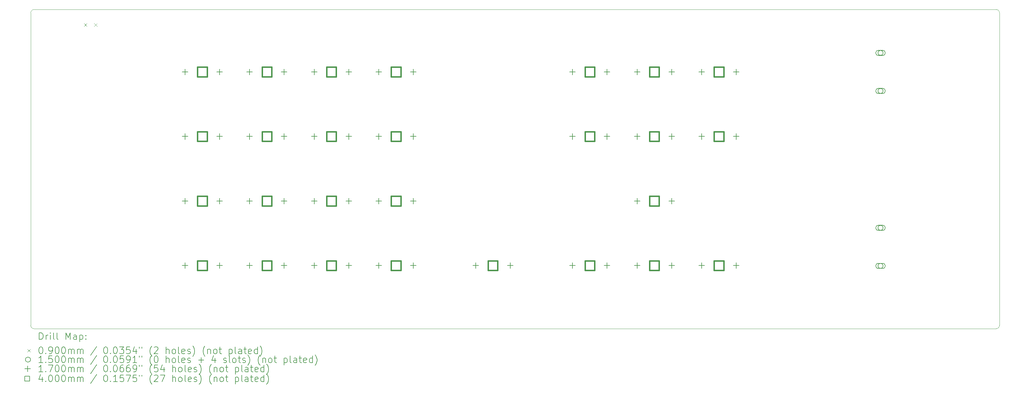
<source format=gbr>
%TF.GenerationSoftware,KiCad,Pcbnew,(6.0.7-1)-1*%
%TF.CreationDate,2022-10-11T23:10:29+02:00*%
%TF.ProjectId,yts-pcb,7974732d-7063-4622-9e6b-696361645f70,rev?*%
%TF.SameCoordinates,Original*%
%TF.FileFunction,Drillmap*%
%TF.FilePolarity,Positive*%
%FSLAX45Y45*%
G04 Gerber Fmt 4.5, Leading zero omitted, Abs format (unit mm)*
G04 Created by KiCad (PCBNEW (6.0.7-1)-1) date 2022-10-11 23:10:29*
%MOMM*%
%LPD*%
G01*
G04 APERTURE LIST*
%ADD10C,0.100000*%
%ADD11C,0.200000*%
%ADD12C,0.090000*%
%ADD13C,0.150000*%
%ADD14C,0.170000*%
%ADD15C,0.400000*%
G04 APERTURE END LIST*
D10*
X34700000Y-8930000D02*
G75*
G03*
X34600000Y-8830000I-100000J0D01*
G01*
X6305000Y-8830003D02*
G75*
G03*
X6200000Y-8934246I-750J-104247D01*
G01*
X34700000Y-8930000D02*
X34699796Y-18130204D01*
X6300000Y-18230000D02*
X34600000Y-18230000D01*
X6200000Y-18130000D02*
G75*
G03*
X6300000Y-18230000I100000J0D01*
G01*
X6305000Y-8830000D02*
X34600000Y-8830000D01*
X6200000Y-8934246D02*
X6200000Y-18130000D01*
X34600000Y-18229996D02*
G75*
G03*
X34699796Y-18130204I0J99796D01*
G01*
D11*
D12*
X7765000Y-9239500D02*
X7855000Y-9329500D01*
X7855000Y-9239500D02*
X7765000Y-9329500D01*
X8065000Y-9239500D02*
X8155000Y-9329500D01*
X8155000Y-9239500D02*
X8065000Y-9329500D01*
D13*
X31275000Y-10110000D02*
G75*
G03*
X31275000Y-10110000I-75000J0D01*
G01*
D11*
X31135000Y-10185000D02*
X31265000Y-10185000D01*
X31135000Y-10035000D02*
X31265000Y-10035000D01*
X31265000Y-10185000D02*
G75*
G03*
X31265000Y-10035000I0J75000D01*
G01*
X31135000Y-10035000D02*
G75*
G03*
X31135000Y-10185000I0J-75000D01*
G01*
D13*
X31275000Y-11230000D02*
G75*
G03*
X31275000Y-11230000I-75000J0D01*
G01*
D11*
X31135000Y-11305000D02*
X31265000Y-11305000D01*
X31135000Y-11155000D02*
X31265000Y-11155000D01*
X31265000Y-11305000D02*
G75*
G03*
X31265000Y-11155000I0J75000D01*
G01*
X31135000Y-11155000D02*
G75*
G03*
X31135000Y-11305000I0J-75000D01*
G01*
D13*
X31275000Y-15260000D02*
G75*
G03*
X31275000Y-15260000I-75000J0D01*
G01*
D11*
X31135000Y-15335000D02*
X31265000Y-15335000D01*
X31135000Y-15185000D02*
X31265000Y-15185000D01*
X31265000Y-15335000D02*
G75*
G03*
X31265000Y-15185000I0J75000D01*
G01*
X31135000Y-15185000D02*
G75*
G03*
X31135000Y-15335000I0J-75000D01*
G01*
D13*
X31275000Y-16380000D02*
G75*
G03*
X31275000Y-16380000I-75000J0D01*
G01*
D11*
X31135000Y-16455000D02*
X31265000Y-16455000D01*
X31135000Y-16305000D02*
X31265000Y-16305000D01*
X31265000Y-16455000D02*
G75*
G03*
X31265000Y-16305000I0J75000D01*
G01*
X31135000Y-16305000D02*
G75*
G03*
X31135000Y-16455000I0J-75000D01*
G01*
D14*
X10739796Y-10585000D02*
X10739796Y-10755000D01*
X10654796Y-10670000D02*
X10824796Y-10670000D01*
X10739796Y-12485000D02*
X10739796Y-12655000D01*
X10654796Y-12570000D02*
X10824796Y-12570000D01*
X10739796Y-14385000D02*
X10739796Y-14555000D01*
X10654796Y-14470000D02*
X10824796Y-14470000D01*
X10739796Y-16285000D02*
X10739796Y-16455000D01*
X10654796Y-16370000D02*
X10824796Y-16370000D01*
X11755796Y-10585000D02*
X11755796Y-10755000D01*
X11670796Y-10670000D02*
X11840796Y-10670000D01*
X11755796Y-12485000D02*
X11755796Y-12655000D01*
X11670796Y-12570000D02*
X11840796Y-12570000D01*
X11755796Y-14385000D02*
X11755796Y-14555000D01*
X11670796Y-14470000D02*
X11840796Y-14470000D01*
X11755796Y-16285000D02*
X11755796Y-16455000D01*
X11670796Y-16370000D02*
X11840796Y-16370000D01*
X12639796Y-10585000D02*
X12639796Y-10755000D01*
X12554796Y-10670000D02*
X12724796Y-10670000D01*
X12639796Y-12485000D02*
X12639796Y-12655000D01*
X12554796Y-12570000D02*
X12724796Y-12570000D01*
X12639796Y-14385000D02*
X12639796Y-14555000D01*
X12554796Y-14470000D02*
X12724796Y-14470000D01*
X12639796Y-16285000D02*
X12639796Y-16455000D01*
X12554796Y-16370000D02*
X12724796Y-16370000D01*
X13655796Y-10585000D02*
X13655796Y-10755000D01*
X13570796Y-10670000D02*
X13740796Y-10670000D01*
X13655796Y-12485000D02*
X13655796Y-12655000D01*
X13570796Y-12570000D02*
X13740796Y-12570000D01*
X13655796Y-14385000D02*
X13655796Y-14555000D01*
X13570796Y-14470000D02*
X13740796Y-14470000D01*
X13655796Y-16285000D02*
X13655796Y-16455000D01*
X13570796Y-16370000D02*
X13740796Y-16370000D01*
X14539796Y-10585000D02*
X14539796Y-10755000D01*
X14454796Y-10670000D02*
X14624796Y-10670000D01*
X14539796Y-12485000D02*
X14539796Y-12655000D01*
X14454796Y-12570000D02*
X14624796Y-12570000D01*
X14539796Y-14385000D02*
X14539796Y-14555000D01*
X14454796Y-14470000D02*
X14624796Y-14470000D01*
X14539796Y-16285000D02*
X14539796Y-16455000D01*
X14454796Y-16370000D02*
X14624796Y-16370000D01*
X15555796Y-10585000D02*
X15555796Y-10755000D01*
X15470796Y-10670000D02*
X15640796Y-10670000D01*
X15555796Y-12485000D02*
X15555796Y-12655000D01*
X15470796Y-12570000D02*
X15640796Y-12570000D01*
X15555796Y-14385000D02*
X15555796Y-14555000D01*
X15470796Y-14470000D02*
X15640796Y-14470000D01*
X15555796Y-16285000D02*
X15555796Y-16455000D01*
X15470796Y-16370000D02*
X15640796Y-16370000D01*
X16439796Y-10585000D02*
X16439796Y-10755000D01*
X16354796Y-10670000D02*
X16524796Y-10670000D01*
X16439796Y-12485000D02*
X16439796Y-12655000D01*
X16354796Y-12570000D02*
X16524796Y-12570000D01*
X16439796Y-14385000D02*
X16439796Y-14555000D01*
X16354796Y-14470000D02*
X16524796Y-14470000D01*
X16439796Y-16285000D02*
X16439796Y-16455000D01*
X16354796Y-16370000D02*
X16524796Y-16370000D01*
X17455796Y-10585000D02*
X17455796Y-10755000D01*
X17370796Y-10670000D02*
X17540796Y-10670000D01*
X17455796Y-12485000D02*
X17455796Y-12655000D01*
X17370796Y-12570000D02*
X17540796Y-12570000D01*
X17455796Y-14385000D02*
X17455796Y-14555000D01*
X17370796Y-14470000D02*
X17540796Y-14470000D01*
X17455796Y-16285000D02*
X17455796Y-16455000D01*
X17370796Y-16370000D02*
X17540796Y-16370000D01*
X19289796Y-16285000D02*
X19289796Y-16455000D01*
X19204796Y-16370000D02*
X19374796Y-16370000D01*
X20305796Y-16285000D02*
X20305796Y-16455000D01*
X20220796Y-16370000D02*
X20390796Y-16370000D01*
X22139796Y-10585000D02*
X22139796Y-10755000D01*
X22054796Y-10670000D02*
X22224796Y-10670000D01*
X22139796Y-12485000D02*
X22139796Y-12655000D01*
X22054796Y-12570000D02*
X22224796Y-12570000D01*
X22139796Y-16285000D02*
X22139796Y-16455000D01*
X22054796Y-16370000D02*
X22224796Y-16370000D01*
X23155796Y-10585000D02*
X23155796Y-10755000D01*
X23070796Y-10670000D02*
X23240796Y-10670000D01*
X23155796Y-12485000D02*
X23155796Y-12655000D01*
X23070796Y-12570000D02*
X23240796Y-12570000D01*
X23155796Y-16285000D02*
X23155796Y-16455000D01*
X23070796Y-16370000D02*
X23240796Y-16370000D01*
X24039796Y-10585000D02*
X24039796Y-10755000D01*
X23954796Y-10670000D02*
X24124796Y-10670000D01*
X24039796Y-12485000D02*
X24039796Y-12655000D01*
X23954796Y-12570000D02*
X24124796Y-12570000D01*
X24039796Y-14385000D02*
X24039796Y-14555000D01*
X23954796Y-14470000D02*
X24124796Y-14470000D01*
X24039796Y-16285000D02*
X24039796Y-16455000D01*
X23954796Y-16370000D02*
X24124796Y-16370000D01*
X25055796Y-10585000D02*
X25055796Y-10755000D01*
X24970796Y-10670000D02*
X25140796Y-10670000D01*
X25055796Y-12485000D02*
X25055796Y-12655000D01*
X24970796Y-12570000D02*
X25140796Y-12570000D01*
X25055796Y-14385000D02*
X25055796Y-14555000D01*
X24970796Y-14470000D02*
X25140796Y-14470000D01*
X25055796Y-16285000D02*
X25055796Y-16455000D01*
X24970796Y-16370000D02*
X25140796Y-16370000D01*
X25939796Y-10585000D02*
X25939796Y-10755000D01*
X25854796Y-10670000D02*
X26024796Y-10670000D01*
X25939796Y-12485000D02*
X25939796Y-12655000D01*
X25854796Y-12570000D02*
X26024796Y-12570000D01*
X25939796Y-16285000D02*
X25939796Y-16455000D01*
X25854796Y-16370000D02*
X26024796Y-16370000D01*
X26955796Y-10585000D02*
X26955796Y-10755000D01*
X26870796Y-10670000D02*
X27040796Y-10670000D01*
X26955796Y-12485000D02*
X26955796Y-12655000D01*
X26870796Y-12570000D02*
X27040796Y-12570000D01*
X26955796Y-16285000D02*
X26955796Y-16455000D01*
X26870796Y-16370000D02*
X27040796Y-16370000D01*
D15*
X11389218Y-10811423D02*
X11389218Y-10528577D01*
X11106373Y-10528577D01*
X11106373Y-10811423D01*
X11389218Y-10811423D01*
X11389218Y-12711423D02*
X11389218Y-12428577D01*
X11106373Y-12428577D01*
X11106373Y-12711423D01*
X11389218Y-12711423D01*
X11389218Y-14611423D02*
X11389218Y-14328577D01*
X11106373Y-14328577D01*
X11106373Y-14611423D01*
X11389218Y-14611423D01*
X11389218Y-16511423D02*
X11389218Y-16228577D01*
X11106373Y-16228577D01*
X11106373Y-16511423D01*
X11389218Y-16511423D01*
X13289218Y-10811423D02*
X13289218Y-10528577D01*
X13006373Y-10528577D01*
X13006373Y-10811423D01*
X13289218Y-10811423D01*
X13289218Y-12711423D02*
X13289218Y-12428577D01*
X13006373Y-12428577D01*
X13006373Y-12711423D01*
X13289218Y-12711423D01*
X13289218Y-14611423D02*
X13289218Y-14328577D01*
X13006373Y-14328577D01*
X13006373Y-14611423D01*
X13289218Y-14611423D01*
X13289218Y-16511423D02*
X13289218Y-16228577D01*
X13006373Y-16228577D01*
X13006373Y-16511423D01*
X13289218Y-16511423D01*
X15189218Y-10811423D02*
X15189218Y-10528577D01*
X14906373Y-10528577D01*
X14906373Y-10811423D01*
X15189218Y-10811423D01*
X15189218Y-12711423D02*
X15189218Y-12428577D01*
X14906373Y-12428577D01*
X14906373Y-12711423D01*
X15189218Y-12711423D01*
X15189218Y-14611423D02*
X15189218Y-14328577D01*
X14906373Y-14328577D01*
X14906373Y-14611423D01*
X15189218Y-14611423D01*
X15189218Y-16511423D02*
X15189218Y-16228577D01*
X14906373Y-16228577D01*
X14906373Y-16511423D01*
X15189218Y-16511423D01*
X17089219Y-10811423D02*
X17089219Y-10528577D01*
X16806373Y-10528577D01*
X16806373Y-10811423D01*
X17089219Y-10811423D01*
X17089219Y-12711423D02*
X17089219Y-12428577D01*
X16806373Y-12428577D01*
X16806373Y-12711423D01*
X17089219Y-12711423D01*
X17089219Y-14611423D02*
X17089219Y-14328577D01*
X16806373Y-14328577D01*
X16806373Y-14611423D01*
X17089219Y-14611423D01*
X17089219Y-16511423D02*
X17089219Y-16228577D01*
X16806373Y-16228577D01*
X16806373Y-16511423D01*
X17089219Y-16511423D01*
X19939219Y-16511423D02*
X19939219Y-16228577D01*
X19656373Y-16228577D01*
X19656373Y-16511423D01*
X19939219Y-16511423D01*
X22789218Y-10811423D02*
X22789218Y-10528577D01*
X22506373Y-10528577D01*
X22506373Y-10811423D01*
X22789218Y-10811423D01*
X22789218Y-12711423D02*
X22789218Y-12428577D01*
X22506373Y-12428577D01*
X22506373Y-12711423D01*
X22789218Y-12711423D01*
X22789218Y-16511423D02*
X22789218Y-16228577D01*
X22506373Y-16228577D01*
X22506373Y-16511423D01*
X22789218Y-16511423D01*
X24689218Y-10811423D02*
X24689218Y-10528577D01*
X24406373Y-10528577D01*
X24406373Y-10811423D01*
X24689218Y-10811423D01*
X24689218Y-12711423D02*
X24689218Y-12428577D01*
X24406373Y-12428577D01*
X24406373Y-12711423D01*
X24689218Y-12711423D01*
X24689218Y-14611423D02*
X24689218Y-14328577D01*
X24406373Y-14328577D01*
X24406373Y-14611423D01*
X24689218Y-14611423D01*
X24689218Y-16511423D02*
X24689218Y-16228577D01*
X24406373Y-16228577D01*
X24406373Y-16511423D01*
X24689218Y-16511423D01*
X26589218Y-10811423D02*
X26589218Y-10528577D01*
X26306373Y-10528577D01*
X26306373Y-10811423D01*
X26589218Y-10811423D01*
X26589218Y-12711423D02*
X26589218Y-12428577D01*
X26306373Y-12428577D01*
X26306373Y-12711423D01*
X26589218Y-12711423D01*
X26589218Y-16511423D02*
X26589218Y-16228577D01*
X26306373Y-16228577D01*
X26306373Y-16511423D01*
X26589218Y-16511423D01*
D11*
X6452619Y-18545476D02*
X6452619Y-18345476D01*
X6500238Y-18345476D01*
X6528809Y-18355000D01*
X6547857Y-18374048D01*
X6557381Y-18393095D01*
X6566905Y-18431190D01*
X6566905Y-18459762D01*
X6557381Y-18497857D01*
X6547857Y-18516905D01*
X6528809Y-18535952D01*
X6500238Y-18545476D01*
X6452619Y-18545476D01*
X6652619Y-18545476D02*
X6652619Y-18412143D01*
X6652619Y-18450238D02*
X6662143Y-18431190D01*
X6671667Y-18421667D01*
X6690714Y-18412143D01*
X6709762Y-18412143D01*
X6776428Y-18545476D02*
X6776428Y-18412143D01*
X6776428Y-18345476D02*
X6766905Y-18355000D01*
X6776428Y-18364524D01*
X6785952Y-18355000D01*
X6776428Y-18345476D01*
X6776428Y-18364524D01*
X6900238Y-18545476D02*
X6881190Y-18535952D01*
X6871667Y-18516905D01*
X6871667Y-18345476D01*
X7005000Y-18545476D02*
X6985952Y-18535952D01*
X6976428Y-18516905D01*
X6976428Y-18345476D01*
X7233571Y-18545476D02*
X7233571Y-18345476D01*
X7300238Y-18488333D01*
X7366905Y-18345476D01*
X7366905Y-18545476D01*
X7547857Y-18545476D02*
X7547857Y-18440714D01*
X7538333Y-18421667D01*
X7519286Y-18412143D01*
X7481190Y-18412143D01*
X7462143Y-18421667D01*
X7547857Y-18535952D02*
X7528809Y-18545476D01*
X7481190Y-18545476D01*
X7462143Y-18535952D01*
X7452619Y-18516905D01*
X7452619Y-18497857D01*
X7462143Y-18478810D01*
X7481190Y-18469286D01*
X7528809Y-18469286D01*
X7547857Y-18459762D01*
X7643095Y-18412143D02*
X7643095Y-18612143D01*
X7643095Y-18421667D02*
X7662143Y-18412143D01*
X7700238Y-18412143D01*
X7719286Y-18421667D01*
X7728809Y-18431190D01*
X7738333Y-18450238D01*
X7738333Y-18507381D01*
X7728809Y-18526429D01*
X7719286Y-18535952D01*
X7700238Y-18545476D01*
X7662143Y-18545476D01*
X7643095Y-18535952D01*
X7824048Y-18526429D02*
X7833571Y-18535952D01*
X7824048Y-18545476D01*
X7814524Y-18535952D01*
X7824048Y-18526429D01*
X7824048Y-18545476D01*
X7824048Y-18421667D02*
X7833571Y-18431190D01*
X7824048Y-18440714D01*
X7814524Y-18431190D01*
X7824048Y-18421667D01*
X7824048Y-18440714D01*
D12*
X6105000Y-18830000D02*
X6195000Y-18920000D01*
X6195000Y-18830000D02*
X6105000Y-18920000D01*
D11*
X6490714Y-18765476D02*
X6509762Y-18765476D01*
X6528809Y-18775000D01*
X6538333Y-18784524D01*
X6547857Y-18803571D01*
X6557381Y-18841667D01*
X6557381Y-18889286D01*
X6547857Y-18927381D01*
X6538333Y-18946429D01*
X6528809Y-18955952D01*
X6509762Y-18965476D01*
X6490714Y-18965476D01*
X6471667Y-18955952D01*
X6462143Y-18946429D01*
X6452619Y-18927381D01*
X6443095Y-18889286D01*
X6443095Y-18841667D01*
X6452619Y-18803571D01*
X6462143Y-18784524D01*
X6471667Y-18775000D01*
X6490714Y-18765476D01*
X6643095Y-18946429D02*
X6652619Y-18955952D01*
X6643095Y-18965476D01*
X6633571Y-18955952D01*
X6643095Y-18946429D01*
X6643095Y-18965476D01*
X6747857Y-18965476D02*
X6785952Y-18965476D01*
X6805000Y-18955952D01*
X6814524Y-18946429D01*
X6833571Y-18917857D01*
X6843095Y-18879762D01*
X6843095Y-18803571D01*
X6833571Y-18784524D01*
X6824048Y-18775000D01*
X6805000Y-18765476D01*
X6766905Y-18765476D01*
X6747857Y-18775000D01*
X6738333Y-18784524D01*
X6728809Y-18803571D01*
X6728809Y-18851190D01*
X6738333Y-18870238D01*
X6747857Y-18879762D01*
X6766905Y-18889286D01*
X6805000Y-18889286D01*
X6824048Y-18879762D01*
X6833571Y-18870238D01*
X6843095Y-18851190D01*
X6966905Y-18765476D02*
X6985952Y-18765476D01*
X7005000Y-18775000D01*
X7014524Y-18784524D01*
X7024048Y-18803571D01*
X7033571Y-18841667D01*
X7033571Y-18889286D01*
X7024048Y-18927381D01*
X7014524Y-18946429D01*
X7005000Y-18955952D01*
X6985952Y-18965476D01*
X6966905Y-18965476D01*
X6947857Y-18955952D01*
X6938333Y-18946429D01*
X6928809Y-18927381D01*
X6919286Y-18889286D01*
X6919286Y-18841667D01*
X6928809Y-18803571D01*
X6938333Y-18784524D01*
X6947857Y-18775000D01*
X6966905Y-18765476D01*
X7157381Y-18765476D02*
X7176428Y-18765476D01*
X7195476Y-18775000D01*
X7205000Y-18784524D01*
X7214524Y-18803571D01*
X7224048Y-18841667D01*
X7224048Y-18889286D01*
X7214524Y-18927381D01*
X7205000Y-18946429D01*
X7195476Y-18955952D01*
X7176428Y-18965476D01*
X7157381Y-18965476D01*
X7138333Y-18955952D01*
X7128809Y-18946429D01*
X7119286Y-18927381D01*
X7109762Y-18889286D01*
X7109762Y-18841667D01*
X7119286Y-18803571D01*
X7128809Y-18784524D01*
X7138333Y-18775000D01*
X7157381Y-18765476D01*
X7309762Y-18965476D02*
X7309762Y-18832143D01*
X7309762Y-18851190D02*
X7319286Y-18841667D01*
X7338333Y-18832143D01*
X7366905Y-18832143D01*
X7385952Y-18841667D01*
X7395476Y-18860714D01*
X7395476Y-18965476D01*
X7395476Y-18860714D02*
X7405000Y-18841667D01*
X7424048Y-18832143D01*
X7452619Y-18832143D01*
X7471667Y-18841667D01*
X7481190Y-18860714D01*
X7481190Y-18965476D01*
X7576428Y-18965476D02*
X7576428Y-18832143D01*
X7576428Y-18851190D02*
X7585952Y-18841667D01*
X7605000Y-18832143D01*
X7633571Y-18832143D01*
X7652619Y-18841667D01*
X7662143Y-18860714D01*
X7662143Y-18965476D01*
X7662143Y-18860714D02*
X7671667Y-18841667D01*
X7690714Y-18832143D01*
X7719286Y-18832143D01*
X7738333Y-18841667D01*
X7747857Y-18860714D01*
X7747857Y-18965476D01*
X8138333Y-18755952D02*
X7966905Y-19013095D01*
X8395476Y-18765476D02*
X8414524Y-18765476D01*
X8433571Y-18775000D01*
X8443095Y-18784524D01*
X8452619Y-18803571D01*
X8462143Y-18841667D01*
X8462143Y-18889286D01*
X8452619Y-18927381D01*
X8443095Y-18946429D01*
X8433571Y-18955952D01*
X8414524Y-18965476D01*
X8395476Y-18965476D01*
X8376428Y-18955952D01*
X8366905Y-18946429D01*
X8357381Y-18927381D01*
X8347857Y-18889286D01*
X8347857Y-18841667D01*
X8357381Y-18803571D01*
X8366905Y-18784524D01*
X8376428Y-18775000D01*
X8395476Y-18765476D01*
X8547857Y-18946429D02*
X8557381Y-18955952D01*
X8547857Y-18965476D01*
X8538333Y-18955952D01*
X8547857Y-18946429D01*
X8547857Y-18965476D01*
X8681190Y-18765476D02*
X8700238Y-18765476D01*
X8719286Y-18775000D01*
X8728810Y-18784524D01*
X8738333Y-18803571D01*
X8747857Y-18841667D01*
X8747857Y-18889286D01*
X8738333Y-18927381D01*
X8728810Y-18946429D01*
X8719286Y-18955952D01*
X8700238Y-18965476D01*
X8681190Y-18965476D01*
X8662143Y-18955952D01*
X8652619Y-18946429D01*
X8643095Y-18927381D01*
X8633571Y-18889286D01*
X8633571Y-18841667D01*
X8643095Y-18803571D01*
X8652619Y-18784524D01*
X8662143Y-18775000D01*
X8681190Y-18765476D01*
X8814524Y-18765476D02*
X8938333Y-18765476D01*
X8871667Y-18841667D01*
X8900238Y-18841667D01*
X8919286Y-18851190D01*
X8928810Y-18860714D01*
X8938333Y-18879762D01*
X8938333Y-18927381D01*
X8928810Y-18946429D01*
X8919286Y-18955952D01*
X8900238Y-18965476D01*
X8843095Y-18965476D01*
X8824048Y-18955952D01*
X8814524Y-18946429D01*
X9119286Y-18765476D02*
X9024048Y-18765476D01*
X9014524Y-18860714D01*
X9024048Y-18851190D01*
X9043095Y-18841667D01*
X9090714Y-18841667D01*
X9109762Y-18851190D01*
X9119286Y-18860714D01*
X9128810Y-18879762D01*
X9128810Y-18927381D01*
X9119286Y-18946429D01*
X9109762Y-18955952D01*
X9090714Y-18965476D01*
X9043095Y-18965476D01*
X9024048Y-18955952D01*
X9014524Y-18946429D01*
X9300238Y-18832143D02*
X9300238Y-18965476D01*
X9252619Y-18755952D02*
X9205000Y-18898810D01*
X9328810Y-18898810D01*
X9395476Y-18765476D02*
X9395476Y-18803571D01*
X9471667Y-18765476D02*
X9471667Y-18803571D01*
X9766905Y-19041667D02*
X9757381Y-19032143D01*
X9738333Y-19003571D01*
X9728810Y-18984524D01*
X9719286Y-18955952D01*
X9709762Y-18908333D01*
X9709762Y-18870238D01*
X9719286Y-18822619D01*
X9728810Y-18794048D01*
X9738333Y-18775000D01*
X9757381Y-18746429D01*
X9766905Y-18736905D01*
X9833571Y-18784524D02*
X9843095Y-18775000D01*
X9862143Y-18765476D01*
X9909762Y-18765476D01*
X9928810Y-18775000D01*
X9938333Y-18784524D01*
X9947857Y-18803571D01*
X9947857Y-18822619D01*
X9938333Y-18851190D01*
X9824048Y-18965476D01*
X9947857Y-18965476D01*
X10185952Y-18965476D02*
X10185952Y-18765476D01*
X10271667Y-18965476D02*
X10271667Y-18860714D01*
X10262143Y-18841667D01*
X10243095Y-18832143D01*
X10214524Y-18832143D01*
X10195476Y-18841667D01*
X10185952Y-18851190D01*
X10395476Y-18965476D02*
X10376429Y-18955952D01*
X10366905Y-18946429D01*
X10357381Y-18927381D01*
X10357381Y-18870238D01*
X10366905Y-18851190D01*
X10376429Y-18841667D01*
X10395476Y-18832143D01*
X10424048Y-18832143D01*
X10443095Y-18841667D01*
X10452619Y-18851190D01*
X10462143Y-18870238D01*
X10462143Y-18927381D01*
X10452619Y-18946429D01*
X10443095Y-18955952D01*
X10424048Y-18965476D01*
X10395476Y-18965476D01*
X10576429Y-18965476D02*
X10557381Y-18955952D01*
X10547857Y-18936905D01*
X10547857Y-18765476D01*
X10728810Y-18955952D02*
X10709762Y-18965476D01*
X10671667Y-18965476D01*
X10652619Y-18955952D01*
X10643095Y-18936905D01*
X10643095Y-18860714D01*
X10652619Y-18841667D01*
X10671667Y-18832143D01*
X10709762Y-18832143D01*
X10728810Y-18841667D01*
X10738333Y-18860714D01*
X10738333Y-18879762D01*
X10643095Y-18898810D01*
X10814524Y-18955952D02*
X10833571Y-18965476D01*
X10871667Y-18965476D01*
X10890714Y-18955952D01*
X10900238Y-18936905D01*
X10900238Y-18927381D01*
X10890714Y-18908333D01*
X10871667Y-18898810D01*
X10843095Y-18898810D01*
X10824048Y-18889286D01*
X10814524Y-18870238D01*
X10814524Y-18860714D01*
X10824048Y-18841667D01*
X10843095Y-18832143D01*
X10871667Y-18832143D01*
X10890714Y-18841667D01*
X10966905Y-19041667D02*
X10976429Y-19032143D01*
X10995476Y-19003571D01*
X11005000Y-18984524D01*
X11014524Y-18955952D01*
X11024048Y-18908333D01*
X11024048Y-18870238D01*
X11014524Y-18822619D01*
X11005000Y-18794048D01*
X10995476Y-18775000D01*
X10976429Y-18746429D01*
X10966905Y-18736905D01*
X11328809Y-19041667D02*
X11319286Y-19032143D01*
X11300238Y-19003571D01*
X11290714Y-18984524D01*
X11281190Y-18955952D01*
X11271667Y-18908333D01*
X11271667Y-18870238D01*
X11281190Y-18822619D01*
X11290714Y-18794048D01*
X11300238Y-18775000D01*
X11319286Y-18746429D01*
X11328809Y-18736905D01*
X11405000Y-18832143D02*
X11405000Y-18965476D01*
X11405000Y-18851190D02*
X11414524Y-18841667D01*
X11433571Y-18832143D01*
X11462143Y-18832143D01*
X11481190Y-18841667D01*
X11490714Y-18860714D01*
X11490714Y-18965476D01*
X11614524Y-18965476D02*
X11595476Y-18955952D01*
X11585952Y-18946429D01*
X11576428Y-18927381D01*
X11576428Y-18870238D01*
X11585952Y-18851190D01*
X11595476Y-18841667D01*
X11614524Y-18832143D01*
X11643095Y-18832143D01*
X11662143Y-18841667D01*
X11671667Y-18851190D01*
X11681190Y-18870238D01*
X11681190Y-18927381D01*
X11671667Y-18946429D01*
X11662143Y-18955952D01*
X11643095Y-18965476D01*
X11614524Y-18965476D01*
X11738333Y-18832143D02*
X11814524Y-18832143D01*
X11766905Y-18765476D02*
X11766905Y-18936905D01*
X11776428Y-18955952D01*
X11795476Y-18965476D01*
X11814524Y-18965476D01*
X12033571Y-18832143D02*
X12033571Y-19032143D01*
X12033571Y-18841667D02*
X12052619Y-18832143D01*
X12090714Y-18832143D01*
X12109762Y-18841667D01*
X12119286Y-18851190D01*
X12128809Y-18870238D01*
X12128809Y-18927381D01*
X12119286Y-18946429D01*
X12109762Y-18955952D01*
X12090714Y-18965476D01*
X12052619Y-18965476D01*
X12033571Y-18955952D01*
X12243095Y-18965476D02*
X12224048Y-18955952D01*
X12214524Y-18936905D01*
X12214524Y-18765476D01*
X12405000Y-18965476D02*
X12405000Y-18860714D01*
X12395476Y-18841667D01*
X12376428Y-18832143D01*
X12338333Y-18832143D01*
X12319286Y-18841667D01*
X12405000Y-18955952D02*
X12385952Y-18965476D01*
X12338333Y-18965476D01*
X12319286Y-18955952D01*
X12309762Y-18936905D01*
X12309762Y-18917857D01*
X12319286Y-18898810D01*
X12338333Y-18889286D01*
X12385952Y-18889286D01*
X12405000Y-18879762D01*
X12471667Y-18832143D02*
X12547857Y-18832143D01*
X12500238Y-18765476D02*
X12500238Y-18936905D01*
X12509762Y-18955952D01*
X12528809Y-18965476D01*
X12547857Y-18965476D01*
X12690714Y-18955952D02*
X12671667Y-18965476D01*
X12633571Y-18965476D01*
X12614524Y-18955952D01*
X12605000Y-18936905D01*
X12605000Y-18860714D01*
X12614524Y-18841667D01*
X12633571Y-18832143D01*
X12671667Y-18832143D01*
X12690714Y-18841667D01*
X12700238Y-18860714D01*
X12700238Y-18879762D01*
X12605000Y-18898810D01*
X12871667Y-18965476D02*
X12871667Y-18765476D01*
X12871667Y-18955952D02*
X12852619Y-18965476D01*
X12814524Y-18965476D01*
X12795476Y-18955952D01*
X12785952Y-18946429D01*
X12776428Y-18927381D01*
X12776428Y-18870238D01*
X12785952Y-18851190D01*
X12795476Y-18841667D01*
X12814524Y-18832143D01*
X12852619Y-18832143D01*
X12871667Y-18841667D01*
X12947857Y-19041667D02*
X12957381Y-19032143D01*
X12976428Y-19003571D01*
X12985952Y-18984524D01*
X12995476Y-18955952D01*
X13005000Y-18908333D01*
X13005000Y-18870238D01*
X12995476Y-18822619D01*
X12985952Y-18794048D01*
X12976428Y-18775000D01*
X12957381Y-18746429D01*
X12947857Y-18736905D01*
D13*
X6195000Y-19139000D02*
G75*
G03*
X6195000Y-19139000I-75000J0D01*
G01*
D11*
X6557381Y-19229476D02*
X6443095Y-19229476D01*
X6500238Y-19229476D02*
X6500238Y-19029476D01*
X6481190Y-19058048D01*
X6462143Y-19077095D01*
X6443095Y-19086619D01*
X6643095Y-19210429D02*
X6652619Y-19219952D01*
X6643095Y-19229476D01*
X6633571Y-19219952D01*
X6643095Y-19210429D01*
X6643095Y-19229476D01*
X6833571Y-19029476D02*
X6738333Y-19029476D01*
X6728809Y-19124714D01*
X6738333Y-19115190D01*
X6757381Y-19105667D01*
X6805000Y-19105667D01*
X6824048Y-19115190D01*
X6833571Y-19124714D01*
X6843095Y-19143762D01*
X6843095Y-19191381D01*
X6833571Y-19210429D01*
X6824048Y-19219952D01*
X6805000Y-19229476D01*
X6757381Y-19229476D01*
X6738333Y-19219952D01*
X6728809Y-19210429D01*
X6966905Y-19029476D02*
X6985952Y-19029476D01*
X7005000Y-19039000D01*
X7014524Y-19048524D01*
X7024048Y-19067571D01*
X7033571Y-19105667D01*
X7033571Y-19153286D01*
X7024048Y-19191381D01*
X7014524Y-19210429D01*
X7005000Y-19219952D01*
X6985952Y-19229476D01*
X6966905Y-19229476D01*
X6947857Y-19219952D01*
X6938333Y-19210429D01*
X6928809Y-19191381D01*
X6919286Y-19153286D01*
X6919286Y-19105667D01*
X6928809Y-19067571D01*
X6938333Y-19048524D01*
X6947857Y-19039000D01*
X6966905Y-19029476D01*
X7157381Y-19029476D02*
X7176428Y-19029476D01*
X7195476Y-19039000D01*
X7205000Y-19048524D01*
X7214524Y-19067571D01*
X7224048Y-19105667D01*
X7224048Y-19153286D01*
X7214524Y-19191381D01*
X7205000Y-19210429D01*
X7195476Y-19219952D01*
X7176428Y-19229476D01*
X7157381Y-19229476D01*
X7138333Y-19219952D01*
X7128809Y-19210429D01*
X7119286Y-19191381D01*
X7109762Y-19153286D01*
X7109762Y-19105667D01*
X7119286Y-19067571D01*
X7128809Y-19048524D01*
X7138333Y-19039000D01*
X7157381Y-19029476D01*
X7309762Y-19229476D02*
X7309762Y-19096143D01*
X7309762Y-19115190D02*
X7319286Y-19105667D01*
X7338333Y-19096143D01*
X7366905Y-19096143D01*
X7385952Y-19105667D01*
X7395476Y-19124714D01*
X7395476Y-19229476D01*
X7395476Y-19124714D02*
X7405000Y-19105667D01*
X7424048Y-19096143D01*
X7452619Y-19096143D01*
X7471667Y-19105667D01*
X7481190Y-19124714D01*
X7481190Y-19229476D01*
X7576428Y-19229476D02*
X7576428Y-19096143D01*
X7576428Y-19115190D02*
X7585952Y-19105667D01*
X7605000Y-19096143D01*
X7633571Y-19096143D01*
X7652619Y-19105667D01*
X7662143Y-19124714D01*
X7662143Y-19229476D01*
X7662143Y-19124714D02*
X7671667Y-19105667D01*
X7690714Y-19096143D01*
X7719286Y-19096143D01*
X7738333Y-19105667D01*
X7747857Y-19124714D01*
X7747857Y-19229476D01*
X8138333Y-19019952D02*
X7966905Y-19277095D01*
X8395476Y-19029476D02*
X8414524Y-19029476D01*
X8433571Y-19039000D01*
X8443095Y-19048524D01*
X8452619Y-19067571D01*
X8462143Y-19105667D01*
X8462143Y-19153286D01*
X8452619Y-19191381D01*
X8443095Y-19210429D01*
X8433571Y-19219952D01*
X8414524Y-19229476D01*
X8395476Y-19229476D01*
X8376428Y-19219952D01*
X8366905Y-19210429D01*
X8357381Y-19191381D01*
X8347857Y-19153286D01*
X8347857Y-19105667D01*
X8357381Y-19067571D01*
X8366905Y-19048524D01*
X8376428Y-19039000D01*
X8395476Y-19029476D01*
X8547857Y-19210429D02*
X8557381Y-19219952D01*
X8547857Y-19229476D01*
X8538333Y-19219952D01*
X8547857Y-19210429D01*
X8547857Y-19229476D01*
X8681190Y-19029476D02*
X8700238Y-19029476D01*
X8719286Y-19039000D01*
X8728810Y-19048524D01*
X8738333Y-19067571D01*
X8747857Y-19105667D01*
X8747857Y-19153286D01*
X8738333Y-19191381D01*
X8728810Y-19210429D01*
X8719286Y-19219952D01*
X8700238Y-19229476D01*
X8681190Y-19229476D01*
X8662143Y-19219952D01*
X8652619Y-19210429D01*
X8643095Y-19191381D01*
X8633571Y-19153286D01*
X8633571Y-19105667D01*
X8643095Y-19067571D01*
X8652619Y-19048524D01*
X8662143Y-19039000D01*
X8681190Y-19029476D01*
X8928810Y-19029476D02*
X8833571Y-19029476D01*
X8824048Y-19124714D01*
X8833571Y-19115190D01*
X8852619Y-19105667D01*
X8900238Y-19105667D01*
X8919286Y-19115190D01*
X8928810Y-19124714D01*
X8938333Y-19143762D01*
X8938333Y-19191381D01*
X8928810Y-19210429D01*
X8919286Y-19219952D01*
X8900238Y-19229476D01*
X8852619Y-19229476D01*
X8833571Y-19219952D01*
X8824048Y-19210429D01*
X9033571Y-19229476D02*
X9071667Y-19229476D01*
X9090714Y-19219952D01*
X9100238Y-19210429D01*
X9119286Y-19181857D01*
X9128810Y-19143762D01*
X9128810Y-19067571D01*
X9119286Y-19048524D01*
X9109762Y-19039000D01*
X9090714Y-19029476D01*
X9052619Y-19029476D01*
X9033571Y-19039000D01*
X9024048Y-19048524D01*
X9014524Y-19067571D01*
X9014524Y-19115190D01*
X9024048Y-19134238D01*
X9033571Y-19143762D01*
X9052619Y-19153286D01*
X9090714Y-19153286D01*
X9109762Y-19143762D01*
X9119286Y-19134238D01*
X9128810Y-19115190D01*
X9319286Y-19229476D02*
X9205000Y-19229476D01*
X9262143Y-19229476D02*
X9262143Y-19029476D01*
X9243095Y-19058048D01*
X9224048Y-19077095D01*
X9205000Y-19086619D01*
X9395476Y-19029476D02*
X9395476Y-19067571D01*
X9471667Y-19029476D02*
X9471667Y-19067571D01*
X9766905Y-19305667D02*
X9757381Y-19296143D01*
X9738333Y-19267571D01*
X9728810Y-19248524D01*
X9719286Y-19219952D01*
X9709762Y-19172333D01*
X9709762Y-19134238D01*
X9719286Y-19086619D01*
X9728810Y-19058048D01*
X9738333Y-19039000D01*
X9757381Y-19010429D01*
X9766905Y-19000905D01*
X9881190Y-19029476D02*
X9900238Y-19029476D01*
X9919286Y-19039000D01*
X9928810Y-19048524D01*
X9938333Y-19067571D01*
X9947857Y-19105667D01*
X9947857Y-19153286D01*
X9938333Y-19191381D01*
X9928810Y-19210429D01*
X9919286Y-19219952D01*
X9900238Y-19229476D01*
X9881190Y-19229476D01*
X9862143Y-19219952D01*
X9852619Y-19210429D01*
X9843095Y-19191381D01*
X9833571Y-19153286D01*
X9833571Y-19105667D01*
X9843095Y-19067571D01*
X9852619Y-19048524D01*
X9862143Y-19039000D01*
X9881190Y-19029476D01*
X10185952Y-19229476D02*
X10185952Y-19029476D01*
X10271667Y-19229476D02*
X10271667Y-19124714D01*
X10262143Y-19105667D01*
X10243095Y-19096143D01*
X10214524Y-19096143D01*
X10195476Y-19105667D01*
X10185952Y-19115190D01*
X10395476Y-19229476D02*
X10376429Y-19219952D01*
X10366905Y-19210429D01*
X10357381Y-19191381D01*
X10357381Y-19134238D01*
X10366905Y-19115190D01*
X10376429Y-19105667D01*
X10395476Y-19096143D01*
X10424048Y-19096143D01*
X10443095Y-19105667D01*
X10452619Y-19115190D01*
X10462143Y-19134238D01*
X10462143Y-19191381D01*
X10452619Y-19210429D01*
X10443095Y-19219952D01*
X10424048Y-19229476D01*
X10395476Y-19229476D01*
X10576429Y-19229476D02*
X10557381Y-19219952D01*
X10547857Y-19200905D01*
X10547857Y-19029476D01*
X10728810Y-19219952D02*
X10709762Y-19229476D01*
X10671667Y-19229476D01*
X10652619Y-19219952D01*
X10643095Y-19200905D01*
X10643095Y-19124714D01*
X10652619Y-19105667D01*
X10671667Y-19096143D01*
X10709762Y-19096143D01*
X10728810Y-19105667D01*
X10738333Y-19124714D01*
X10738333Y-19143762D01*
X10643095Y-19162810D01*
X10814524Y-19219952D02*
X10833571Y-19229476D01*
X10871667Y-19229476D01*
X10890714Y-19219952D01*
X10900238Y-19200905D01*
X10900238Y-19191381D01*
X10890714Y-19172333D01*
X10871667Y-19162810D01*
X10843095Y-19162810D01*
X10824048Y-19153286D01*
X10814524Y-19134238D01*
X10814524Y-19124714D01*
X10824048Y-19105667D01*
X10843095Y-19096143D01*
X10871667Y-19096143D01*
X10890714Y-19105667D01*
X11138333Y-19153286D02*
X11290714Y-19153286D01*
X11214524Y-19229476D02*
X11214524Y-19077095D01*
X11624048Y-19096143D02*
X11624048Y-19229476D01*
X11576428Y-19019952D02*
X11528809Y-19162810D01*
X11652619Y-19162810D01*
X11871667Y-19219952D02*
X11890714Y-19229476D01*
X11928809Y-19229476D01*
X11947857Y-19219952D01*
X11957381Y-19200905D01*
X11957381Y-19191381D01*
X11947857Y-19172333D01*
X11928809Y-19162810D01*
X11900238Y-19162810D01*
X11881190Y-19153286D01*
X11871667Y-19134238D01*
X11871667Y-19124714D01*
X11881190Y-19105667D01*
X11900238Y-19096143D01*
X11928809Y-19096143D01*
X11947857Y-19105667D01*
X12071667Y-19229476D02*
X12052619Y-19219952D01*
X12043095Y-19200905D01*
X12043095Y-19029476D01*
X12176428Y-19229476D02*
X12157381Y-19219952D01*
X12147857Y-19210429D01*
X12138333Y-19191381D01*
X12138333Y-19134238D01*
X12147857Y-19115190D01*
X12157381Y-19105667D01*
X12176428Y-19096143D01*
X12205000Y-19096143D01*
X12224048Y-19105667D01*
X12233571Y-19115190D01*
X12243095Y-19134238D01*
X12243095Y-19191381D01*
X12233571Y-19210429D01*
X12224048Y-19219952D01*
X12205000Y-19229476D01*
X12176428Y-19229476D01*
X12300238Y-19096143D02*
X12376428Y-19096143D01*
X12328809Y-19029476D02*
X12328809Y-19200905D01*
X12338333Y-19219952D01*
X12357381Y-19229476D01*
X12376428Y-19229476D01*
X12433571Y-19219952D02*
X12452619Y-19229476D01*
X12490714Y-19229476D01*
X12509762Y-19219952D01*
X12519286Y-19200905D01*
X12519286Y-19191381D01*
X12509762Y-19172333D01*
X12490714Y-19162810D01*
X12462143Y-19162810D01*
X12443095Y-19153286D01*
X12433571Y-19134238D01*
X12433571Y-19124714D01*
X12443095Y-19105667D01*
X12462143Y-19096143D01*
X12490714Y-19096143D01*
X12509762Y-19105667D01*
X12585952Y-19305667D02*
X12595476Y-19296143D01*
X12614524Y-19267571D01*
X12624048Y-19248524D01*
X12633571Y-19219952D01*
X12643095Y-19172333D01*
X12643095Y-19134238D01*
X12633571Y-19086619D01*
X12624048Y-19058048D01*
X12614524Y-19039000D01*
X12595476Y-19010429D01*
X12585952Y-19000905D01*
X12947857Y-19305667D02*
X12938333Y-19296143D01*
X12919286Y-19267571D01*
X12909762Y-19248524D01*
X12900238Y-19219952D01*
X12890714Y-19172333D01*
X12890714Y-19134238D01*
X12900238Y-19086619D01*
X12909762Y-19058048D01*
X12919286Y-19039000D01*
X12938333Y-19010429D01*
X12947857Y-19000905D01*
X13024048Y-19096143D02*
X13024048Y-19229476D01*
X13024048Y-19115190D02*
X13033571Y-19105667D01*
X13052619Y-19096143D01*
X13081190Y-19096143D01*
X13100238Y-19105667D01*
X13109762Y-19124714D01*
X13109762Y-19229476D01*
X13233571Y-19229476D02*
X13214524Y-19219952D01*
X13205000Y-19210429D01*
X13195476Y-19191381D01*
X13195476Y-19134238D01*
X13205000Y-19115190D01*
X13214524Y-19105667D01*
X13233571Y-19096143D01*
X13262143Y-19096143D01*
X13281190Y-19105667D01*
X13290714Y-19115190D01*
X13300238Y-19134238D01*
X13300238Y-19191381D01*
X13290714Y-19210429D01*
X13281190Y-19219952D01*
X13262143Y-19229476D01*
X13233571Y-19229476D01*
X13357381Y-19096143D02*
X13433571Y-19096143D01*
X13385952Y-19029476D02*
X13385952Y-19200905D01*
X13395476Y-19219952D01*
X13414524Y-19229476D01*
X13433571Y-19229476D01*
X13652619Y-19096143D02*
X13652619Y-19296143D01*
X13652619Y-19105667D02*
X13671667Y-19096143D01*
X13709762Y-19096143D01*
X13728809Y-19105667D01*
X13738333Y-19115190D01*
X13747857Y-19134238D01*
X13747857Y-19191381D01*
X13738333Y-19210429D01*
X13728809Y-19219952D01*
X13709762Y-19229476D01*
X13671667Y-19229476D01*
X13652619Y-19219952D01*
X13862143Y-19229476D02*
X13843095Y-19219952D01*
X13833571Y-19200905D01*
X13833571Y-19029476D01*
X14024048Y-19229476D02*
X14024048Y-19124714D01*
X14014524Y-19105667D01*
X13995476Y-19096143D01*
X13957381Y-19096143D01*
X13938333Y-19105667D01*
X14024048Y-19219952D02*
X14005000Y-19229476D01*
X13957381Y-19229476D01*
X13938333Y-19219952D01*
X13928809Y-19200905D01*
X13928809Y-19181857D01*
X13938333Y-19162810D01*
X13957381Y-19153286D01*
X14005000Y-19153286D01*
X14024048Y-19143762D01*
X14090714Y-19096143D02*
X14166905Y-19096143D01*
X14119286Y-19029476D02*
X14119286Y-19200905D01*
X14128809Y-19219952D01*
X14147857Y-19229476D01*
X14166905Y-19229476D01*
X14309762Y-19219952D02*
X14290714Y-19229476D01*
X14252619Y-19229476D01*
X14233571Y-19219952D01*
X14224048Y-19200905D01*
X14224048Y-19124714D01*
X14233571Y-19105667D01*
X14252619Y-19096143D01*
X14290714Y-19096143D01*
X14309762Y-19105667D01*
X14319286Y-19124714D01*
X14319286Y-19143762D01*
X14224048Y-19162810D01*
X14490714Y-19229476D02*
X14490714Y-19029476D01*
X14490714Y-19219952D02*
X14471667Y-19229476D01*
X14433571Y-19229476D01*
X14414524Y-19219952D01*
X14405000Y-19210429D01*
X14395476Y-19191381D01*
X14395476Y-19134238D01*
X14405000Y-19115190D01*
X14414524Y-19105667D01*
X14433571Y-19096143D01*
X14471667Y-19096143D01*
X14490714Y-19105667D01*
X14566905Y-19305667D02*
X14576428Y-19296143D01*
X14595476Y-19267571D01*
X14605000Y-19248524D01*
X14614524Y-19219952D01*
X14624048Y-19172333D01*
X14624048Y-19134238D01*
X14614524Y-19086619D01*
X14605000Y-19058048D01*
X14595476Y-19039000D01*
X14576428Y-19010429D01*
X14566905Y-19000905D01*
D14*
X6110000Y-19324000D02*
X6110000Y-19494000D01*
X6025000Y-19409000D02*
X6195000Y-19409000D01*
D11*
X6557381Y-19499476D02*
X6443095Y-19499476D01*
X6500238Y-19499476D02*
X6500238Y-19299476D01*
X6481190Y-19328048D01*
X6462143Y-19347095D01*
X6443095Y-19356619D01*
X6643095Y-19480429D02*
X6652619Y-19489952D01*
X6643095Y-19499476D01*
X6633571Y-19489952D01*
X6643095Y-19480429D01*
X6643095Y-19499476D01*
X6719286Y-19299476D02*
X6852619Y-19299476D01*
X6766905Y-19499476D01*
X6966905Y-19299476D02*
X6985952Y-19299476D01*
X7005000Y-19309000D01*
X7014524Y-19318524D01*
X7024048Y-19337571D01*
X7033571Y-19375667D01*
X7033571Y-19423286D01*
X7024048Y-19461381D01*
X7014524Y-19480429D01*
X7005000Y-19489952D01*
X6985952Y-19499476D01*
X6966905Y-19499476D01*
X6947857Y-19489952D01*
X6938333Y-19480429D01*
X6928809Y-19461381D01*
X6919286Y-19423286D01*
X6919286Y-19375667D01*
X6928809Y-19337571D01*
X6938333Y-19318524D01*
X6947857Y-19309000D01*
X6966905Y-19299476D01*
X7157381Y-19299476D02*
X7176428Y-19299476D01*
X7195476Y-19309000D01*
X7205000Y-19318524D01*
X7214524Y-19337571D01*
X7224048Y-19375667D01*
X7224048Y-19423286D01*
X7214524Y-19461381D01*
X7205000Y-19480429D01*
X7195476Y-19489952D01*
X7176428Y-19499476D01*
X7157381Y-19499476D01*
X7138333Y-19489952D01*
X7128809Y-19480429D01*
X7119286Y-19461381D01*
X7109762Y-19423286D01*
X7109762Y-19375667D01*
X7119286Y-19337571D01*
X7128809Y-19318524D01*
X7138333Y-19309000D01*
X7157381Y-19299476D01*
X7309762Y-19499476D02*
X7309762Y-19366143D01*
X7309762Y-19385190D02*
X7319286Y-19375667D01*
X7338333Y-19366143D01*
X7366905Y-19366143D01*
X7385952Y-19375667D01*
X7395476Y-19394714D01*
X7395476Y-19499476D01*
X7395476Y-19394714D02*
X7405000Y-19375667D01*
X7424048Y-19366143D01*
X7452619Y-19366143D01*
X7471667Y-19375667D01*
X7481190Y-19394714D01*
X7481190Y-19499476D01*
X7576428Y-19499476D02*
X7576428Y-19366143D01*
X7576428Y-19385190D02*
X7585952Y-19375667D01*
X7605000Y-19366143D01*
X7633571Y-19366143D01*
X7652619Y-19375667D01*
X7662143Y-19394714D01*
X7662143Y-19499476D01*
X7662143Y-19394714D02*
X7671667Y-19375667D01*
X7690714Y-19366143D01*
X7719286Y-19366143D01*
X7738333Y-19375667D01*
X7747857Y-19394714D01*
X7747857Y-19499476D01*
X8138333Y-19289952D02*
X7966905Y-19547095D01*
X8395476Y-19299476D02*
X8414524Y-19299476D01*
X8433571Y-19309000D01*
X8443095Y-19318524D01*
X8452619Y-19337571D01*
X8462143Y-19375667D01*
X8462143Y-19423286D01*
X8452619Y-19461381D01*
X8443095Y-19480429D01*
X8433571Y-19489952D01*
X8414524Y-19499476D01*
X8395476Y-19499476D01*
X8376428Y-19489952D01*
X8366905Y-19480429D01*
X8357381Y-19461381D01*
X8347857Y-19423286D01*
X8347857Y-19375667D01*
X8357381Y-19337571D01*
X8366905Y-19318524D01*
X8376428Y-19309000D01*
X8395476Y-19299476D01*
X8547857Y-19480429D02*
X8557381Y-19489952D01*
X8547857Y-19499476D01*
X8538333Y-19489952D01*
X8547857Y-19480429D01*
X8547857Y-19499476D01*
X8681190Y-19299476D02*
X8700238Y-19299476D01*
X8719286Y-19309000D01*
X8728810Y-19318524D01*
X8738333Y-19337571D01*
X8747857Y-19375667D01*
X8747857Y-19423286D01*
X8738333Y-19461381D01*
X8728810Y-19480429D01*
X8719286Y-19489952D01*
X8700238Y-19499476D01*
X8681190Y-19499476D01*
X8662143Y-19489952D01*
X8652619Y-19480429D01*
X8643095Y-19461381D01*
X8633571Y-19423286D01*
X8633571Y-19375667D01*
X8643095Y-19337571D01*
X8652619Y-19318524D01*
X8662143Y-19309000D01*
X8681190Y-19299476D01*
X8919286Y-19299476D02*
X8881190Y-19299476D01*
X8862143Y-19309000D01*
X8852619Y-19318524D01*
X8833571Y-19347095D01*
X8824048Y-19385190D01*
X8824048Y-19461381D01*
X8833571Y-19480429D01*
X8843095Y-19489952D01*
X8862143Y-19499476D01*
X8900238Y-19499476D01*
X8919286Y-19489952D01*
X8928810Y-19480429D01*
X8938333Y-19461381D01*
X8938333Y-19413762D01*
X8928810Y-19394714D01*
X8919286Y-19385190D01*
X8900238Y-19375667D01*
X8862143Y-19375667D01*
X8843095Y-19385190D01*
X8833571Y-19394714D01*
X8824048Y-19413762D01*
X9109762Y-19299476D02*
X9071667Y-19299476D01*
X9052619Y-19309000D01*
X9043095Y-19318524D01*
X9024048Y-19347095D01*
X9014524Y-19385190D01*
X9014524Y-19461381D01*
X9024048Y-19480429D01*
X9033571Y-19489952D01*
X9052619Y-19499476D01*
X9090714Y-19499476D01*
X9109762Y-19489952D01*
X9119286Y-19480429D01*
X9128810Y-19461381D01*
X9128810Y-19413762D01*
X9119286Y-19394714D01*
X9109762Y-19385190D01*
X9090714Y-19375667D01*
X9052619Y-19375667D01*
X9033571Y-19385190D01*
X9024048Y-19394714D01*
X9014524Y-19413762D01*
X9224048Y-19499476D02*
X9262143Y-19499476D01*
X9281190Y-19489952D01*
X9290714Y-19480429D01*
X9309762Y-19451857D01*
X9319286Y-19413762D01*
X9319286Y-19337571D01*
X9309762Y-19318524D01*
X9300238Y-19309000D01*
X9281190Y-19299476D01*
X9243095Y-19299476D01*
X9224048Y-19309000D01*
X9214524Y-19318524D01*
X9205000Y-19337571D01*
X9205000Y-19385190D01*
X9214524Y-19404238D01*
X9224048Y-19413762D01*
X9243095Y-19423286D01*
X9281190Y-19423286D01*
X9300238Y-19413762D01*
X9309762Y-19404238D01*
X9319286Y-19385190D01*
X9395476Y-19299476D02*
X9395476Y-19337571D01*
X9471667Y-19299476D02*
X9471667Y-19337571D01*
X9766905Y-19575667D02*
X9757381Y-19566143D01*
X9738333Y-19537571D01*
X9728810Y-19518524D01*
X9719286Y-19489952D01*
X9709762Y-19442333D01*
X9709762Y-19404238D01*
X9719286Y-19356619D01*
X9728810Y-19328048D01*
X9738333Y-19309000D01*
X9757381Y-19280429D01*
X9766905Y-19270905D01*
X9938333Y-19299476D02*
X9843095Y-19299476D01*
X9833571Y-19394714D01*
X9843095Y-19385190D01*
X9862143Y-19375667D01*
X9909762Y-19375667D01*
X9928810Y-19385190D01*
X9938333Y-19394714D01*
X9947857Y-19413762D01*
X9947857Y-19461381D01*
X9938333Y-19480429D01*
X9928810Y-19489952D01*
X9909762Y-19499476D01*
X9862143Y-19499476D01*
X9843095Y-19489952D01*
X9833571Y-19480429D01*
X10119286Y-19366143D02*
X10119286Y-19499476D01*
X10071667Y-19289952D02*
X10024048Y-19432810D01*
X10147857Y-19432810D01*
X10376429Y-19499476D02*
X10376429Y-19299476D01*
X10462143Y-19499476D02*
X10462143Y-19394714D01*
X10452619Y-19375667D01*
X10433571Y-19366143D01*
X10405000Y-19366143D01*
X10385952Y-19375667D01*
X10376429Y-19385190D01*
X10585952Y-19499476D02*
X10566905Y-19489952D01*
X10557381Y-19480429D01*
X10547857Y-19461381D01*
X10547857Y-19404238D01*
X10557381Y-19385190D01*
X10566905Y-19375667D01*
X10585952Y-19366143D01*
X10614524Y-19366143D01*
X10633571Y-19375667D01*
X10643095Y-19385190D01*
X10652619Y-19404238D01*
X10652619Y-19461381D01*
X10643095Y-19480429D01*
X10633571Y-19489952D01*
X10614524Y-19499476D01*
X10585952Y-19499476D01*
X10766905Y-19499476D02*
X10747857Y-19489952D01*
X10738333Y-19470905D01*
X10738333Y-19299476D01*
X10919286Y-19489952D02*
X10900238Y-19499476D01*
X10862143Y-19499476D01*
X10843095Y-19489952D01*
X10833571Y-19470905D01*
X10833571Y-19394714D01*
X10843095Y-19375667D01*
X10862143Y-19366143D01*
X10900238Y-19366143D01*
X10919286Y-19375667D01*
X10928810Y-19394714D01*
X10928810Y-19413762D01*
X10833571Y-19432810D01*
X11005000Y-19489952D02*
X11024048Y-19499476D01*
X11062143Y-19499476D01*
X11081190Y-19489952D01*
X11090714Y-19470905D01*
X11090714Y-19461381D01*
X11081190Y-19442333D01*
X11062143Y-19432810D01*
X11033571Y-19432810D01*
X11014524Y-19423286D01*
X11005000Y-19404238D01*
X11005000Y-19394714D01*
X11014524Y-19375667D01*
X11033571Y-19366143D01*
X11062143Y-19366143D01*
X11081190Y-19375667D01*
X11157381Y-19575667D02*
X11166905Y-19566143D01*
X11185952Y-19537571D01*
X11195476Y-19518524D01*
X11205000Y-19489952D01*
X11214524Y-19442333D01*
X11214524Y-19404238D01*
X11205000Y-19356619D01*
X11195476Y-19328048D01*
X11185952Y-19309000D01*
X11166905Y-19280429D01*
X11157381Y-19270905D01*
X11519286Y-19575667D02*
X11509762Y-19566143D01*
X11490714Y-19537571D01*
X11481190Y-19518524D01*
X11471667Y-19489952D01*
X11462143Y-19442333D01*
X11462143Y-19404238D01*
X11471667Y-19356619D01*
X11481190Y-19328048D01*
X11490714Y-19309000D01*
X11509762Y-19280429D01*
X11519286Y-19270905D01*
X11595476Y-19366143D02*
X11595476Y-19499476D01*
X11595476Y-19385190D02*
X11605000Y-19375667D01*
X11624048Y-19366143D01*
X11652619Y-19366143D01*
X11671667Y-19375667D01*
X11681190Y-19394714D01*
X11681190Y-19499476D01*
X11805000Y-19499476D02*
X11785952Y-19489952D01*
X11776428Y-19480429D01*
X11766905Y-19461381D01*
X11766905Y-19404238D01*
X11776428Y-19385190D01*
X11785952Y-19375667D01*
X11805000Y-19366143D01*
X11833571Y-19366143D01*
X11852619Y-19375667D01*
X11862143Y-19385190D01*
X11871667Y-19404238D01*
X11871667Y-19461381D01*
X11862143Y-19480429D01*
X11852619Y-19489952D01*
X11833571Y-19499476D01*
X11805000Y-19499476D01*
X11928809Y-19366143D02*
X12005000Y-19366143D01*
X11957381Y-19299476D02*
X11957381Y-19470905D01*
X11966905Y-19489952D01*
X11985952Y-19499476D01*
X12005000Y-19499476D01*
X12224048Y-19366143D02*
X12224048Y-19566143D01*
X12224048Y-19375667D02*
X12243095Y-19366143D01*
X12281190Y-19366143D01*
X12300238Y-19375667D01*
X12309762Y-19385190D01*
X12319286Y-19404238D01*
X12319286Y-19461381D01*
X12309762Y-19480429D01*
X12300238Y-19489952D01*
X12281190Y-19499476D01*
X12243095Y-19499476D01*
X12224048Y-19489952D01*
X12433571Y-19499476D02*
X12414524Y-19489952D01*
X12405000Y-19470905D01*
X12405000Y-19299476D01*
X12595476Y-19499476D02*
X12595476Y-19394714D01*
X12585952Y-19375667D01*
X12566905Y-19366143D01*
X12528809Y-19366143D01*
X12509762Y-19375667D01*
X12595476Y-19489952D02*
X12576428Y-19499476D01*
X12528809Y-19499476D01*
X12509762Y-19489952D01*
X12500238Y-19470905D01*
X12500238Y-19451857D01*
X12509762Y-19432810D01*
X12528809Y-19423286D01*
X12576428Y-19423286D01*
X12595476Y-19413762D01*
X12662143Y-19366143D02*
X12738333Y-19366143D01*
X12690714Y-19299476D02*
X12690714Y-19470905D01*
X12700238Y-19489952D01*
X12719286Y-19499476D01*
X12738333Y-19499476D01*
X12881190Y-19489952D02*
X12862143Y-19499476D01*
X12824048Y-19499476D01*
X12805000Y-19489952D01*
X12795476Y-19470905D01*
X12795476Y-19394714D01*
X12805000Y-19375667D01*
X12824048Y-19366143D01*
X12862143Y-19366143D01*
X12881190Y-19375667D01*
X12890714Y-19394714D01*
X12890714Y-19413762D01*
X12795476Y-19432810D01*
X13062143Y-19499476D02*
X13062143Y-19299476D01*
X13062143Y-19489952D02*
X13043095Y-19499476D01*
X13005000Y-19499476D01*
X12985952Y-19489952D01*
X12976428Y-19480429D01*
X12966905Y-19461381D01*
X12966905Y-19404238D01*
X12976428Y-19385190D01*
X12985952Y-19375667D01*
X13005000Y-19366143D01*
X13043095Y-19366143D01*
X13062143Y-19375667D01*
X13138333Y-19575667D02*
X13147857Y-19566143D01*
X13166905Y-19537571D01*
X13176428Y-19518524D01*
X13185952Y-19489952D01*
X13195476Y-19442333D01*
X13195476Y-19404238D01*
X13185952Y-19356619D01*
X13176428Y-19328048D01*
X13166905Y-19309000D01*
X13147857Y-19280429D01*
X13138333Y-19270905D01*
X6165711Y-19769711D02*
X6165711Y-19628289D01*
X6024289Y-19628289D01*
X6024289Y-19769711D01*
X6165711Y-19769711D01*
X6538333Y-19656143D02*
X6538333Y-19789476D01*
X6490714Y-19579952D02*
X6443095Y-19722810D01*
X6566905Y-19722810D01*
X6643095Y-19770429D02*
X6652619Y-19779952D01*
X6643095Y-19789476D01*
X6633571Y-19779952D01*
X6643095Y-19770429D01*
X6643095Y-19789476D01*
X6776428Y-19589476D02*
X6795476Y-19589476D01*
X6814524Y-19599000D01*
X6824048Y-19608524D01*
X6833571Y-19627571D01*
X6843095Y-19665667D01*
X6843095Y-19713286D01*
X6833571Y-19751381D01*
X6824048Y-19770429D01*
X6814524Y-19779952D01*
X6795476Y-19789476D01*
X6776428Y-19789476D01*
X6757381Y-19779952D01*
X6747857Y-19770429D01*
X6738333Y-19751381D01*
X6728809Y-19713286D01*
X6728809Y-19665667D01*
X6738333Y-19627571D01*
X6747857Y-19608524D01*
X6757381Y-19599000D01*
X6776428Y-19589476D01*
X6966905Y-19589476D02*
X6985952Y-19589476D01*
X7005000Y-19599000D01*
X7014524Y-19608524D01*
X7024048Y-19627571D01*
X7033571Y-19665667D01*
X7033571Y-19713286D01*
X7024048Y-19751381D01*
X7014524Y-19770429D01*
X7005000Y-19779952D01*
X6985952Y-19789476D01*
X6966905Y-19789476D01*
X6947857Y-19779952D01*
X6938333Y-19770429D01*
X6928809Y-19751381D01*
X6919286Y-19713286D01*
X6919286Y-19665667D01*
X6928809Y-19627571D01*
X6938333Y-19608524D01*
X6947857Y-19599000D01*
X6966905Y-19589476D01*
X7157381Y-19589476D02*
X7176428Y-19589476D01*
X7195476Y-19599000D01*
X7205000Y-19608524D01*
X7214524Y-19627571D01*
X7224048Y-19665667D01*
X7224048Y-19713286D01*
X7214524Y-19751381D01*
X7205000Y-19770429D01*
X7195476Y-19779952D01*
X7176428Y-19789476D01*
X7157381Y-19789476D01*
X7138333Y-19779952D01*
X7128809Y-19770429D01*
X7119286Y-19751381D01*
X7109762Y-19713286D01*
X7109762Y-19665667D01*
X7119286Y-19627571D01*
X7128809Y-19608524D01*
X7138333Y-19599000D01*
X7157381Y-19589476D01*
X7309762Y-19789476D02*
X7309762Y-19656143D01*
X7309762Y-19675190D02*
X7319286Y-19665667D01*
X7338333Y-19656143D01*
X7366905Y-19656143D01*
X7385952Y-19665667D01*
X7395476Y-19684714D01*
X7395476Y-19789476D01*
X7395476Y-19684714D02*
X7405000Y-19665667D01*
X7424048Y-19656143D01*
X7452619Y-19656143D01*
X7471667Y-19665667D01*
X7481190Y-19684714D01*
X7481190Y-19789476D01*
X7576428Y-19789476D02*
X7576428Y-19656143D01*
X7576428Y-19675190D02*
X7585952Y-19665667D01*
X7605000Y-19656143D01*
X7633571Y-19656143D01*
X7652619Y-19665667D01*
X7662143Y-19684714D01*
X7662143Y-19789476D01*
X7662143Y-19684714D02*
X7671667Y-19665667D01*
X7690714Y-19656143D01*
X7719286Y-19656143D01*
X7738333Y-19665667D01*
X7747857Y-19684714D01*
X7747857Y-19789476D01*
X8138333Y-19579952D02*
X7966905Y-19837095D01*
X8395476Y-19589476D02*
X8414524Y-19589476D01*
X8433571Y-19599000D01*
X8443095Y-19608524D01*
X8452619Y-19627571D01*
X8462143Y-19665667D01*
X8462143Y-19713286D01*
X8452619Y-19751381D01*
X8443095Y-19770429D01*
X8433571Y-19779952D01*
X8414524Y-19789476D01*
X8395476Y-19789476D01*
X8376428Y-19779952D01*
X8366905Y-19770429D01*
X8357381Y-19751381D01*
X8347857Y-19713286D01*
X8347857Y-19665667D01*
X8357381Y-19627571D01*
X8366905Y-19608524D01*
X8376428Y-19599000D01*
X8395476Y-19589476D01*
X8547857Y-19770429D02*
X8557381Y-19779952D01*
X8547857Y-19789476D01*
X8538333Y-19779952D01*
X8547857Y-19770429D01*
X8547857Y-19789476D01*
X8747857Y-19789476D02*
X8633571Y-19789476D01*
X8690714Y-19789476D02*
X8690714Y-19589476D01*
X8671667Y-19618048D01*
X8652619Y-19637095D01*
X8633571Y-19646619D01*
X8928810Y-19589476D02*
X8833571Y-19589476D01*
X8824048Y-19684714D01*
X8833571Y-19675190D01*
X8852619Y-19665667D01*
X8900238Y-19665667D01*
X8919286Y-19675190D01*
X8928810Y-19684714D01*
X8938333Y-19703762D01*
X8938333Y-19751381D01*
X8928810Y-19770429D01*
X8919286Y-19779952D01*
X8900238Y-19789476D01*
X8852619Y-19789476D01*
X8833571Y-19779952D01*
X8824048Y-19770429D01*
X9005000Y-19589476D02*
X9138333Y-19589476D01*
X9052619Y-19789476D01*
X9309762Y-19589476D02*
X9214524Y-19589476D01*
X9205000Y-19684714D01*
X9214524Y-19675190D01*
X9233571Y-19665667D01*
X9281190Y-19665667D01*
X9300238Y-19675190D01*
X9309762Y-19684714D01*
X9319286Y-19703762D01*
X9319286Y-19751381D01*
X9309762Y-19770429D01*
X9300238Y-19779952D01*
X9281190Y-19789476D01*
X9233571Y-19789476D01*
X9214524Y-19779952D01*
X9205000Y-19770429D01*
X9395476Y-19589476D02*
X9395476Y-19627571D01*
X9471667Y-19589476D02*
X9471667Y-19627571D01*
X9766905Y-19865667D02*
X9757381Y-19856143D01*
X9738333Y-19827571D01*
X9728810Y-19808524D01*
X9719286Y-19779952D01*
X9709762Y-19732333D01*
X9709762Y-19694238D01*
X9719286Y-19646619D01*
X9728810Y-19618048D01*
X9738333Y-19599000D01*
X9757381Y-19570429D01*
X9766905Y-19560905D01*
X9833571Y-19608524D02*
X9843095Y-19599000D01*
X9862143Y-19589476D01*
X9909762Y-19589476D01*
X9928810Y-19599000D01*
X9938333Y-19608524D01*
X9947857Y-19627571D01*
X9947857Y-19646619D01*
X9938333Y-19675190D01*
X9824048Y-19789476D01*
X9947857Y-19789476D01*
X10014524Y-19589476D02*
X10147857Y-19589476D01*
X10062143Y-19789476D01*
X10376429Y-19789476D02*
X10376429Y-19589476D01*
X10462143Y-19789476D02*
X10462143Y-19684714D01*
X10452619Y-19665667D01*
X10433571Y-19656143D01*
X10405000Y-19656143D01*
X10385952Y-19665667D01*
X10376429Y-19675190D01*
X10585952Y-19789476D02*
X10566905Y-19779952D01*
X10557381Y-19770429D01*
X10547857Y-19751381D01*
X10547857Y-19694238D01*
X10557381Y-19675190D01*
X10566905Y-19665667D01*
X10585952Y-19656143D01*
X10614524Y-19656143D01*
X10633571Y-19665667D01*
X10643095Y-19675190D01*
X10652619Y-19694238D01*
X10652619Y-19751381D01*
X10643095Y-19770429D01*
X10633571Y-19779952D01*
X10614524Y-19789476D01*
X10585952Y-19789476D01*
X10766905Y-19789476D02*
X10747857Y-19779952D01*
X10738333Y-19760905D01*
X10738333Y-19589476D01*
X10919286Y-19779952D02*
X10900238Y-19789476D01*
X10862143Y-19789476D01*
X10843095Y-19779952D01*
X10833571Y-19760905D01*
X10833571Y-19684714D01*
X10843095Y-19665667D01*
X10862143Y-19656143D01*
X10900238Y-19656143D01*
X10919286Y-19665667D01*
X10928810Y-19684714D01*
X10928810Y-19703762D01*
X10833571Y-19722810D01*
X11005000Y-19779952D02*
X11024048Y-19789476D01*
X11062143Y-19789476D01*
X11081190Y-19779952D01*
X11090714Y-19760905D01*
X11090714Y-19751381D01*
X11081190Y-19732333D01*
X11062143Y-19722810D01*
X11033571Y-19722810D01*
X11014524Y-19713286D01*
X11005000Y-19694238D01*
X11005000Y-19684714D01*
X11014524Y-19665667D01*
X11033571Y-19656143D01*
X11062143Y-19656143D01*
X11081190Y-19665667D01*
X11157381Y-19865667D02*
X11166905Y-19856143D01*
X11185952Y-19827571D01*
X11195476Y-19808524D01*
X11205000Y-19779952D01*
X11214524Y-19732333D01*
X11214524Y-19694238D01*
X11205000Y-19646619D01*
X11195476Y-19618048D01*
X11185952Y-19599000D01*
X11166905Y-19570429D01*
X11157381Y-19560905D01*
X11519286Y-19865667D02*
X11509762Y-19856143D01*
X11490714Y-19827571D01*
X11481190Y-19808524D01*
X11471667Y-19779952D01*
X11462143Y-19732333D01*
X11462143Y-19694238D01*
X11471667Y-19646619D01*
X11481190Y-19618048D01*
X11490714Y-19599000D01*
X11509762Y-19570429D01*
X11519286Y-19560905D01*
X11595476Y-19656143D02*
X11595476Y-19789476D01*
X11595476Y-19675190D02*
X11605000Y-19665667D01*
X11624048Y-19656143D01*
X11652619Y-19656143D01*
X11671667Y-19665667D01*
X11681190Y-19684714D01*
X11681190Y-19789476D01*
X11805000Y-19789476D02*
X11785952Y-19779952D01*
X11776428Y-19770429D01*
X11766905Y-19751381D01*
X11766905Y-19694238D01*
X11776428Y-19675190D01*
X11785952Y-19665667D01*
X11805000Y-19656143D01*
X11833571Y-19656143D01*
X11852619Y-19665667D01*
X11862143Y-19675190D01*
X11871667Y-19694238D01*
X11871667Y-19751381D01*
X11862143Y-19770429D01*
X11852619Y-19779952D01*
X11833571Y-19789476D01*
X11805000Y-19789476D01*
X11928809Y-19656143D02*
X12005000Y-19656143D01*
X11957381Y-19589476D02*
X11957381Y-19760905D01*
X11966905Y-19779952D01*
X11985952Y-19789476D01*
X12005000Y-19789476D01*
X12224048Y-19656143D02*
X12224048Y-19856143D01*
X12224048Y-19665667D02*
X12243095Y-19656143D01*
X12281190Y-19656143D01*
X12300238Y-19665667D01*
X12309762Y-19675190D01*
X12319286Y-19694238D01*
X12319286Y-19751381D01*
X12309762Y-19770429D01*
X12300238Y-19779952D01*
X12281190Y-19789476D01*
X12243095Y-19789476D01*
X12224048Y-19779952D01*
X12433571Y-19789476D02*
X12414524Y-19779952D01*
X12405000Y-19760905D01*
X12405000Y-19589476D01*
X12595476Y-19789476D02*
X12595476Y-19684714D01*
X12585952Y-19665667D01*
X12566905Y-19656143D01*
X12528809Y-19656143D01*
X12509762Y-19665667D01*
X12595476Y-19779952D02*
X12576428Y-19789476D01*
X12528809Y-19789476D01*
X12509762Y-19779952D01*
X12500238Y-19760905D01*
X12500238Y-19741857D01*
X12509762Y-19722810D01*
X12528809Y-19713286D01*
X12576428Y-19713286D01*
X12595476Y-19703762D01*
X12662143Y-19656143D02*
X12738333Y-19656143D01*
X12690714Y-19589476D02*
X12690714Y-19760905D01*
X12700238Y-19779952D01*
X12719286Y-19789476D01*
X12738333Y-19789476D01*
X12881190Y-19779952D02*
X12862143Y-19789476D01*
X12824048Y-19789476D01*
X12805000Y-19779952D01*
X12795476Y-19760905D01*
X12795476Y-19684714D01*
X12805000Y-19665667D01*
X12824048Y-19656143D01*
X12862143Y-19656143D01*
X12881190Y-19665667D01*
X12890714Y-19684714D01*
X12890714Y-19703762D01*
X12795476Y-19722810D01*
X13062143Y-19789476D02*
X13062143Y-19589476D01*
X13062143Y-19779952D02*
X13043095Y-19789476D01*
X13005000Y-19789476D01*
X12985952Y-19779952D01*
X12976428Y-19770429D01*
X12966905Y-19751381D01*
X12966905Y-19694238D01*
X12976428Y-19675190D01*
X12985952Y-19665667D01*
X13005000Y-19656143D01*
X13043095Y-19656143D01*
X13062143Y-19665667D01*
X13138333Y-19865667D02*
X13147857Y-19856143D01*
X13166905Y-19827571D01*
X13176428Y-19808524D01*
X13185952Y-19779952D01*
X13195476Y-19732333D01*
X13195476Y-19694238D01*
X13185952Y-19646619D01*
X13176428Y-19618048D01*
X13166905Y-19599000D01*
X13147857Y-19570429D01*
X13138333Y-19560905D01*
M02*

</source>
